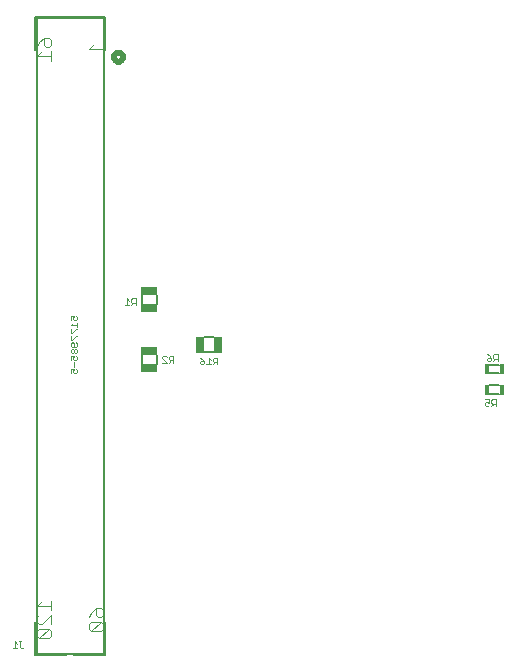
<source format=gbo>
G75*
%MOIN*%
%OFA0B0*%
%FSLAX25Y25*%
%IPPOS*%
%LPD*%
%AMOC8*
5,1,8,0,0,1.08239X$1,22.5*
%
%ADD10C,0.00600*%
%ADD11C,0.00300*%
%ADD12C,0.02000*%
%ADD13R,0.05512X0.02559*%
%ADD14R,0.02559X0.05512*%
%ADD15R,0.01600X0.03400*%
D10*
X0023800Y0018300D02*
X0034200Y0018300D01*
X0036700Y0018300D02*
X0047200Y0018300D01*
X0047200Y0029400D01*
X0046700Y0018800D02*
X0024300Y0018800D01*
X0024300Y0230600D01*
X0046700Y0230600D01*
X0046700Y0018800D01*
X0023800Y0018300D02*
X0023800Y0029400D01*
X0059300Y0115186D02*
X0059300Y0118414D01*
X0064300Y0118414D02*
X0064300Y0115186D01*
X0080186Y0119300D02*
X0083414Y0119300D01*
X0083414Y0124300D02*
X0080186Y0124300D01*
X0064300Y0135186D02*
X0064300Y0138414D01*
X0059300Y0138414D02*
X0059300Y0135186D01*
X0051600Y0216100D02*
X0051675Y0216102D01*
X0051751Y0216107D01*
X0051825Y0216117D01*
X0051899Y0216130D01*
X0051973Y0216147D01*
X0052045Y0216168D01*
X0052117Y0216193D01*
X0052186Y0216221D01*
X0052255Y0216253D01*
X0052321Y0216288D01*
X0052386Y0216326D01*
X0052449Y0216368D01*
X0052509Y0216413D01*
X0052567Y0216461D01*
X0052623Y0216512D01*
X0052676Y0216566D01*
X0052726Y0216622D01*
X0052773Y0216681D01*
X0052817Y0216742D01*
X0052858Y0216806D01*
X0052895Y0216871D01*
X0052929Y0216938D01*
X0052960Y0217007D01*
X0052987Y0217078D01*
X0053010Y0217149D01*
X0053030Y0217222D01*
X0053046Y0217296D01*
X0053058Y0217370D01*
X0053066Y0217445D01*
X0053070Y0217520D01*
X0053071Y0217596D01*
X0053067Y0217671D01*
X0053060Y0217746D01*
X0053049Y0217821D01*
X0053034Y0217894D01*
X0053016Y0217967D01*
X0052993Y0218039D01*
X0052967Y0218110D01*
X0052938Y0218179D01*
X0052904Y0218247D01*
X0052868Y0218313D01*
X0052828Y0218377D01*
X0052785Y0218439D01*
X0052739Y0218498D01*
X0052689Y0218555D01*
X0052637Y0218610D01*
X0052582Y0218662D01*
X0052525Y0218710D01*
X0052465Y0218756D01*
X0052403Y0218799D01*
X0052339Y0218838D01*
X0052273Y0218874D01*
X0052205Y0218907D01*
X0052135Y0218936D01*
X0052064Y0218962D01*
X0051992Y0218983D01*
X0051919Y0219002D01*
X0051845Y0219016D01*
X0051770Y0219026D01*
X0051695Y0219033D01*
X0051620Y0219036D01*
X0051545Y0219035D01*
X0051469Y0219030D01*
X0051395Y0219021D01*
X0051320Y0219009D01*
X0051247Y0218992D01*
X0051174Y0218972D01*
X0051103Y0218948D01*
X0051032Y0218921D01*
X0050964Y0218890D01*
X0050897Y0218855D01*
X0050832Y0218817D01*
X0050769Y0218776D01*
X0050708Y0218731D01*
X0050649Y0218684D01*
X0050593Y0218633D01*
X0050540Y0218580D01*
X0050489Y0218524D01*
X0050442Y0218466D01*
X0050397Y0218405D01*
X0050356Y0218342D01*
X0050318Y0218277D01*
X0050283Y0218210D01*
X0050252Y0218142D01*
X0050224Y0218071D01*
X0050200Y0218000D01*
X0050199Y0217200D02*
X0050221Y0217127D01*
X0050247Y0217055D01*
X0050277Y0216985D01*
X0050309Y0216916D01*
X0050346Y0216849D01*
X0050386Y0216784D01*
X0050429Y0216721D01*
X0050475Y0216660D01*
X0050524Y0216602D01*
X0050576Y0216546D01*
X0050631Y0216493D01*
X0050688Y0216443D01*
X0050748Y0216396D01*
X0050811Y0216352D01*
X0050875Y0216311D01*
X0050942Y0216273D01*
X0051010Y0216239D01*
X0051080Y0216209D01*
X0051151Y0216182D01*
X0051224Y0216159D01*
X0051298Y0216139D01*
X0051372Y0216124D01*
X0051448Y0216112D01*
X0051524Y0216104D01*
X0051600Y0216100D01*
X0047200Y0220000D02*
X0047200Y0231100D01*
X0023800Y0231100D01*
X0023800Y0220000D01*
X0175099Y0115077D02*
X0178501Y0115077D01*
X0178501Y0112273D02*
X0175099Y0112273D01*
X0175099Y0108202D02*
X0178501Y0108202D01*
X0178501Y0105398D02*
X0175099Y0105398D01*
D11*
X0017740Y0020750D02*
X0016339Y0020750D01*
X0017040Y0020750D02*
X0017040Y0022852D01*
X0017740Y0022151D01*
X0018549Y0022852D02*
X0019249Y0022852D01*
X0018899Y0022852D02*
X0018899Y0021100D01*
X0019249Y0020750D01*
X0019600Y0020750D01*
X0019950Y0021100D01*
X0024446Y0024790D02*
X0025230Y0024006D01*
X0028366Y0027142D01*
X0029150Y0026358D01*
X0029150Y0024790D01*
X0028366Y0024006D01*
X0025230Y0024006D01*
X0028366Y0027142D01*
X0025230Y0027142D01*
X0024446Y0026358D01*
X0024446Y0024790D01*
X0025230Y0024006D01*
X0028366Y0024006D01*
X0029150Y0024790D01*
X0029150Y0026358D01*
X0028366Y0027142D01*
X0025230Y0027142D01*
X0024446Y0026358D01*
X0024446Y0024790D01*
X0025230Y0028610D02*
X0024446Y0029394D01*
X0024446Y0030962D01*
X0025230Y0031746D01*
X0024446Y0030962D01*
X0024446Y0029394D01*
X0025230Y0028610D01*
X0026014Y0028610D01*
X0029150Y0031746D01*
X0029150Y0028610D01*
X0029150Y0031746D01*
X0026014Y0028610D01*
X0025230Y0028610D01*
X0029150Y0033214D02*
X0029150Y0036350D01*
X0029150Y0033214D01*
X0029150Y0034782D02*
X0024446Y0034782D01*
X0026014Y0036350D01*
X0024446Y0034782D01*
X0029150Y0034782D01*
X0041746Y0030914D02*
X0042530Y0032482D01*
X0044098Y0034050D01*
X0044098Y0031698D01*
X0044882Y0030914D01*
X0045666Y0030914D01*
X0046450Y0031698D01*
X0046450Y0033266D01*
X0045666Y0034050D01*
X0044098Y0034050D01*
X0044098Y0031698D01*
X0044882Y0030914D01*
X0045666Y0030914D01*
X0046450Y0031698D01*
X0046450Y0033266D01*
X0045666Y0034050D01*
X0044098Y0034050D01*
X0042530Y0032482D01*
X0041746Y0030914D01*
X0042530Y0029446D02*
X0041746Y0028662D01*
X0041746Y0027094D01*
X0042530Y0026310D01*
X0045666Y0029446D01*
X0046450Y0028662D01*
X0046450Y0027094D01*
X0045666Y0026310D01*
X0042530Y0026310D01*
X0045666Y0029446D01*
X0042530Y0029446D01*
X0041746Y0028662D01*
X0041746Y0027094D01*
X0042530Y0026310D01*
X0045666Y0026310D01*
X0046450Y0027094D01*
X0046450Y0028662D01*
X0045666Y0029446D01*
X0042530Y0029446D01*
X0037500Y0112270D02*
X0037850Y0112620D01*
X0037850Y0113321D01*
X0037500Y0113671D01*
X0036799Y0113671D02*
X0036449Y0112970D01*
X0036449Y0112620D01*
X0036799Y0112270D01*
X0037500Y0112270D01*
X0036799Y0113671D02*
X0035748Y0113671D01*
X0035748Y0112270D01*
X0036799Y0114480D02*
X0036799Y0115881D01*
X0036799Y0116690D02*
X0037500Y0116690D01*
X0037850Y0117040D01*
X0037850Y0117740D01*
X0037500Y0118091D01*
X0036799Y0118091D02*
X0036449Y0117390D01*
X0036449Y0117040D01*
X0036799Y0116690D01*
X0035748Y0116690D02*
X0035748Y0118091D01*
X0036799Y0118091D01*
X0036449Y0118899D02*
X0036799Y0119250D01*
X0036799Y0119950D01*
X0036449Y0120301D01*
X0036099Y0120301D01*
X0035748Y0119950D01*
X0035748Y0119250D01*
X0036099Y0118899D01*
X0036449Y0118899D01*
X0036799Y0119250D02*
X0037149Y0118899D01*
X0037500Y0118899D01*
X0037850Y0119250D01*
X0037850Y0119950D01*
X0037500Y0120301D01*
X0037149Y0120301D01*
X0036799Y0119950D01*
X0036799Y0121109D02*
X0036799Y0122160D01*
X0036449Y0122510D01*
X0036099Y0122510D01*
X0035748Y0122160D01*
X0035748Y0121460D01*
X0036099Y0121109D01*
X0037500Y0121109D01*
X0037850Y0121460D01*
X0037850Y0122160D01*
X0037500Y0122510D01*
X0036099Y0123319D02*
X0037500Y0124720D01*
X0037850Y0124720D01*
X0036099Y0125529D02*
X0037500Y0126930D01*
X0037850Y0126930D01*
X0037850Y0127739D02*
X0037850Y0129140D01*
X0037850Y0128440D02*
X0035748Y0128440D01*
X0036449Y0129140D01*
X0036799Y0129949D02*
X0037500Y0129949D01*
X0037850Y0130299D01*
X0037850Y0131000D01*
X0037500Y0131350D01*
X0036799Y0131350D02*
X0036449Y0130649D01*
X0036449Y0130299D01*
X0036799Y0129949D01*
X0035748Y0129949D02*
X0035748Y0131350D01*
X0036799Y0131350D01*
X0035748Y0126930D02*
X0035748Y0125529D01*
X0036099Y0125529D01*
X0035748Y0124720D02*
X0035748Y0123319D01*
X0036099Y0123319D01*
X0053664Y0135075D02*
X0055065Y0135075D01*
X0054365Y0135075D02*
X0054365Y0137177D01*
X0055065Y0136476D01*
X0055874Y0136126D02*
X0056224Y0135776D01*
X0057275Y0135776D01*
X0056574Y0135776D02*
X0055874Y0135075D01*
X0055874Y0136126D02*
X0055874Y0136826D01*
X0056224Y0137177D01*
X0057275Y0137177D01*
X0057275Y0135075D01*
X0066559Y0117902D02*
X0067260Y0117902D01*
X0067610Y0117551D01*
X0068419Y0117551D02*
X0068419Y0116851D01*
X0068769Y0116501D01*
X0069820Y0116501D01*
X0069119Y0116501D02*
X0068419Y0115800D01*
X0067610Y0115800D02*
X0066209Y0117201D01*
X0066209Y0117551D01*
X0066559Y0117902D01*
X0068419Y0117551D02*
X0068769Y0117902D01*
X0069820Y0117902D01*
X0069820Y0115800D01*
X0067610Y0115800D02*
X0066209Y0115800D01*
X0078709Y0115876D02*
X0079059Y0116226D01*
X0080110Y0116226D01*
X0080110Y0115525D01*
X0079760Y0115175D01*
X0079059Y0115175D01*
X0078709Y0115525D01*
X0078709Y0115876D01*
X0079409Y0116926D02*
X0078709Y0117277D01*
X0079409Y0116926D02*
X0080110Y0116226D01*
X0080919Y0115175D02*
X0082320Y0115175D01*
X0081619Y0115175D02*
X0081619Y0117277D01*
X0082320Y0116576D01*
X0083128Y0116226D02*
X0083479Y0115876D01*
X0084530Y0115876D01*
X0083829Y0115876D02*
X0083128Y0115175D01*
X0083128Y0116226D02*
X0083128Y0116926D01*
X0083479Y0117277D01*
X0084530Y0117277D01*
X0084530Y0115175D01*
X0174334Y0116775D02*
X0174334Y0117126D01*
X0174684Y0117476D01*
X0175735Y0117476D01*
X0175735Y0116775D01*
X0175385Y0116425D01*
X0174684Y0116425D01*
X0174334Y0116775D01*
X0175034Y0118176D02*
X0175735Y0117476D01*
X0176544Y0117476D02*
X0176894Y0117126D01*
X0177945Y0117126D01*
X0177244Y0117126D02*
X0176544Y0116425D01*
X0176544Y0117476D02*
X0176544Y0118176D01*
X0176894Y0118527D01*
X0177945Y0118527D01*
X0177945Y0116425D01*
X0175034Y0118176D02*
X0174334Y0118527D01*
X0173709Y0103527D02*
X0175110Y0103527D01*
X0175110Y0102476D01*
X0174409Y0102826D01*
X0174059Y0102826D01*
X0173709Y0102476D01*
X0173709Y0101775D01*
X0174059Y0101425D01*
X0174760Y0101425D01*
X0175110Y0101775D01*
X0175919Y0101425D02*
X0176619Y0102126D01*
X0176269Y0102126D02*
X0177320Y0102126D01*
X0177320Y0101425D02*
X0177320Y0103527D01*
X0176269Y0103527D01*
X0175919Y0103176D01*
X0175919Y0102476D01*
X0176269Y0102126D01*
X0046450Y0218714D02*
X0046450Y0221850D01*
X0046450Y0218714D01*
X0046450Y0220282D02*
X0041746Y0220282D01*
X0043314Y0221850D01*
X0041746Y0220282D01*
X0046450Y0220282D01*
X0029150Y0219546D02*
X0029150Y0216410D01*
X0029150Y0219546D01*
X0029150Y0217978D02*
X0024446Y0217978D01*
X0026014Y0219546D01*
X0024446Y0217978D01*
X0029150Y0217978D01*
X0028366Y0221014D02*
X0027582Y0221014D01*
X0026798Y0221798D01*
X0026798Y0224150D01*
X0028366Y0224150D01*
X0029150Y0223366D01*
X0029150Y0221798D01*
X0028366Y0221014D01*
X0027582Y0221014D01*
X0026798Y0221798D01*
X0026798Y0224150D01*
X0025230Y0222582D01*
X0024446Y0221014D01*
X0025230Y0222582D01*
X0026798Y0224150D01*
X0028366Y0224150D01*
X0029150Y0223366D01*
X0029150Y0221798D01*
X0028366Y0221014D01*
D12*
X0051600Y0219100D02*
X0051524Y0219098D01*
X0051448Y0219092D01*
X0051373Y0219083D01*
X0051298Y0219069D01*
X0051224Y0219052D01*
X0051151Y0219031D01*
X0051079Y0219007D01*
X0051008Y0218978D01*
X0050939Y0218947D01*
X0050872Y0218912D01*
X0050807Y0218873D01*
X0050743Y0218831D01*
X0050682Y0218786D01*
X0050623Y0218738D01*
X0050567Y0218687D01*
X0050513Y0218633D01*
X0050462Y0218577D01*
X0050414Y0218518D01*
X0050369Y0218457D01*
X0050327Y0218393D01*
X0050288Y0218328D01*
X0050253Y0218261D01*
X0050222Y0218192D01*
X0050193Y0218121D01*
X0050169Y0218049D01*
X0050148Y0217976D01*
X0050131Y0217902D01*
X0050117Y0217827D01*
X0050108Y0217752D01*
X0050102Y0217676D01*
X0050100Y0217600D01*
X0050102Y0217524D01*
X0050108Y0217448D01*
X0050117Y0217373D01*
X0050131Y0217298D01*
X0050148Y0217224D01*
X0050169Y0217151D01*
X0050193Y0217079D01*
X0050222Y0217008D01*
X0050253Y0216939D01*
X0050288Y0216872D01*
X0050327Y0216807D01*
X0050369Y0216743D01*
X0050414Y0216682D01*
X0050462Y0216623D01*
X0050513Y0216567D01*
X0050567Y0216513D01*
X0050623Y0216462D01*
X0050682Y0216414D01*
X0050743Y0216369D01*
X0050807Y0216327D01*
X0050872Y0216288D01*
X0050939Y0216253D01*
X0051008Y0216222D01*
X0051079Y0216193D01*
X0051151Y0216169D01*
X0051224Y0216148D01*
X0051298Y0216131D01*
X0051373Y0216117D01*
X0051448Y0216108D01*
X0051524Y0216102D01*
X0051600Y0216100D01*
X0051676Y0216102D01*
X0051752Y0216108D01*
X0051827Y0216117D01*
X0051902Y0216131D01*
X0051976Y0216148D01*
X0052049Y0216169D01*
X0052121Y0216193D01*
X0052192Y0216222D01*
X0052261Y0216253D01*
X0052328Y0216288D01*
X0052393Y0216327D01*
X0052457Y0216369D01*
X0052518Y0216414D01*
X0052577Y0216462D01*
X0052633Y0216513D01*
X0052687Y0216567D01*
X0052738Y0216623D01*
X0052786Y0216682D01*
X0052831Y0216743D01*
X0052873Y0216807D01*
X0052912Y0216872D01*
X0052947Y0216939D01*
X0052978Y0217008D01*
X0053007Y0217079D01*
X0053031Y0217151D01*
X0053052Y0217224D01*
X0053069Y0217298D01*
X0053083Y0217373D01*
X0053092Y0217448D01*
X0053098Y0217524D01*
X0053100Y0217600D01*
X0053098Y0217676D01*
X0053092Y0217752D01*
X0053083Y0217827D01*
X0053069Y0217902D01*
X0053052Y0217976D01*
X0053031Y0218049D01*
X0053007Y0218121D01*
X0052978Y0218192D01*
X0052947Y0218261D01*
X0052912Y0218328D01*
X0052873Y0218393D01*
X0052831Y0218457D01*
X0052786Y0218518D01*
X0052738Y0218577D01*
X0052687Y0218633D01*
X0052633Y0218687D01*
X0052577Y0218738D01*
X0052518Y0218786D01*
X0052457Y0218831D01*
X0052393Y0218873D01*
X0052328Y0218912D01*
X0052261Y0218947D01*
X0052192Y0218978D01*
X0052121Y0219007D01*
X0052049Y0219031D01*
X0051976Y0219052D01*
X0051902Y0219069D01*
X0051827Y0219083D01*
X0051752Y0219092D01*
X0051676Y0219098D01*
X0051600Y0219100D01*
D13*
X0061806Y0139680D03*
X0061806Y0133880D03*
X0061794Y0119720D03*
X0061794Y0113920D03*
D14*
X0078880Y0121794D03*
X0084680Y0121794D03*
D15*
X0174300Y0113675D03*
X0179300Y0113675D03*
X0179300Y0106800D03*
X0174300Y0106800D03*
M02*

</source>
